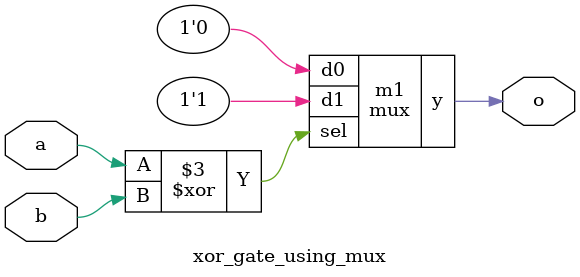
<source format=sv>

module mux
(
  input  d0, d1,
  input  sel,
  output y
);

  assign y = sel ? d1 : d0;

endmodule

//----------------------------------------------------------------------------
// Task
//----------------------------------------------------------------------------

module xor_gate_using_mux
(
    input  a,
    input  b,
    output o
);

  // Task:
  // Implement xor gate using instance(s) of mux,
  // constants 0 and 1, and wire connections
    mux m1(.d0(0),.d1(1),.sel(a^b),.y(o));



endmodule

</source>
